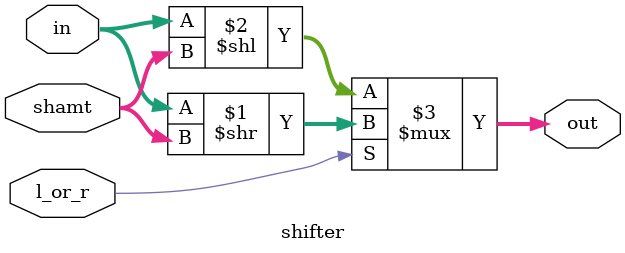
<source format=v>
`timescale 1ns / 1ps

module shifter(
        input wire [31:0] in,
        input wire l_or_r,
        input wire [4:0] shamt,
        output wire [31:0] out
    );
    
        //always@(in, l_or_r, shamt)
        //begin
        assign out = l_or_r ? {in >> shamt} : {in << shamt};
        //end
endmodule

</source>
